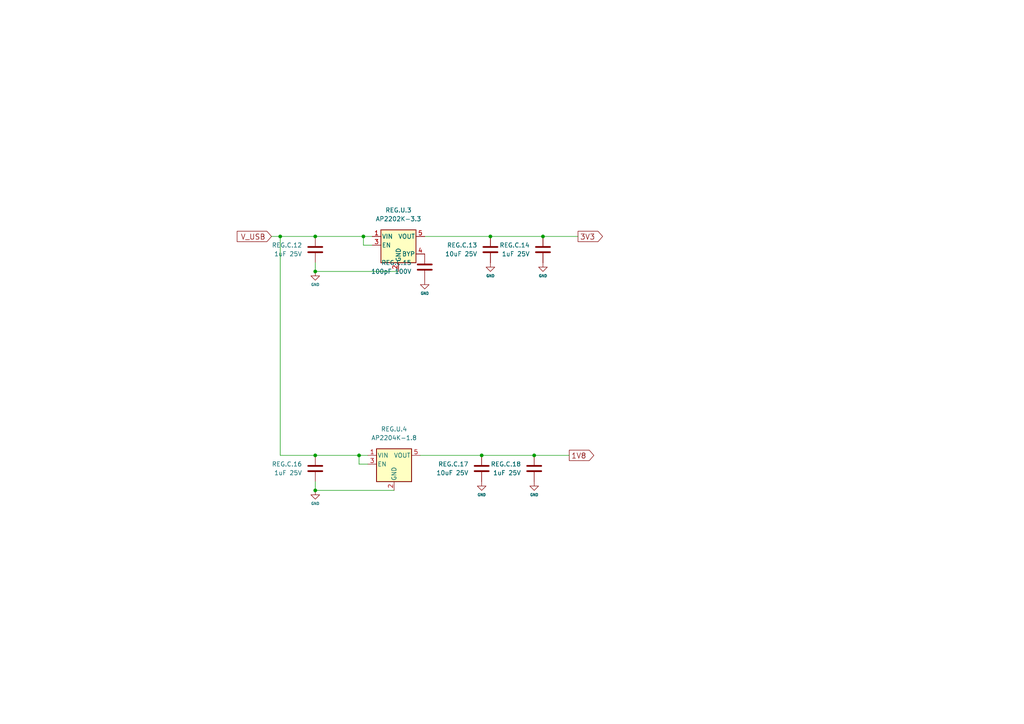
<source format=kicad_sch>
(kicad_sch (version 20211123) (generator eeschema)
  (paper "A4")
  (title_block (title "Regulators-SchDoc") (date "17 01 2023") (rev "2.001") (comment 4 "Original: Copyright Ploopy Corporation 2021") (comment 5 "Modified: Copyright Riesi 2023") (comment 7 "Licensed under the CERN-OHL-S v2") (comment 8 "http://ohwr.org/cernohl"))
  (lib_symbols
    (symbol "Device:C" (pin_numbers hide) (pin_names (offset 0.254))
      (property "Reference" "C" (at 0.635 2.54 0))
      (property "Value" "C" (at 0.635 -2.54 0))
      (symbol "C_0_1"
        (polyline (pts (xy -2.032 -0.762) (xy 2.032 -0.762)) (stroke (width 0.508)))
        (polyline (pts (xy -2.032 0.762) (xy 2.032 0.762)) (stroke (width 0.508)))
      )
      (symbol "C_1_1"
        (pin passive line (at 0 3.81 270) (length 2.794) (name "~") (number "1"))
        (pin passive line (at 0 -3.81 90) (length 2.794) (name "~") (number "2"))
      )
    )
    (symbol "Mouse_Parts:AP2202K-3.3" (pin_names (offset 0.254))
      (property "Reference" "U" (at -5.08 5.715 0))
      (property "Value" "AP2202K-3.3" (at 0 5.715 0))
      (symbol "AP2202K-3.3_0_1"
        (rectangle (start -5.08 4.445) (end 5.08 -5.08) (stroke (width 0.254)) (fill (type background)))
      )
      (symbol "AP2202K-3.3_1_1"
        (pin power_in line (at -7.62 2.54 0) (length 2.54) (name "VIN") (number "1"))
        (pin power_in line (at 0 -7.62 90) (length 2.54) (name "GND") (number "2"))
        (pin input line (at -7.62 0 0) (length 2.54) (name "EN") (number "3"))
        (pin input line (at 7.62 -2.54 180) (length 2.54) (name "BYP") (number "4"))
        (pin power_out line (at 7.62 2.54 180) (length 2.54) (name "VOUT") (number "5"))
      )
    )
    (symbol "Regulator_Linear:AP2204K-1.8" (pin_names (offset 0.254))
      (property "Reference" "U" (at -5.08 5.715 0))
      (property "Value" "AP2204K-1.8" (at 0 5.715 0))
      (symbol "AP2204K-1.8_0_1"
        (rectangle (start -5.08 4.445) (end 5.08 -5.08) (stroke (width 0.254)) (fill (type background)))
      )
      (symbol "AP2204K-1.8_1_1"
        (pin power_in line (at -7.62 2.54 0) (length 2.54) (name "VIN") (number "1"))
        (pin power_in line (at 0 -7.62 90) (length 2.54) (name "GND") (number "2"))
        (pin input line (at -7.62 0 0) (length 2.54) (name "EN") (number "3"))
        (pin no_connect line (at 5.08 0 180) (length 2.54) hide (name "NC") (number "4"))
        (pin power_out line (at 7.62 2.54 180) (length 2.54) (name "VOUT") (number "5"))
      )
    )
    (symbol "power:GND" (power) (pin_names (offset 0))
      (property "Value" "GND" (at 0 -3.81 0))
      (symbol "GND_0_1"
        (polyline (pts (xy 0 0) (xy 0 -1.27) (xy 1.27 -1.27) (xy 0 -2.54) (xy -1.27 -1.27) (xy 0 -1.27)))
      )
      (symbol "GND_1_1"
        (pin power_in line (at 0 0 270) (length 0) hide (name "GND") (number "1"))
      )
    )
  )
  (junction (at 91.44 68.58))
  (junction (at 157.48 68.58))
  (junction (at 81.28 68.58))
  (junction (at 105.41 68.58))
  (junction (at 142.24 68.58))
  (junction (at 91.44 132.08))
  (junction (at 104.14 132.08))
  (junction (at 139.7 132.08))
  (junction (at 154.94 132.08))
  (junction (at 91.44 142.24))
  (junction (at 91.44 78.74))
  (wire (pts (xy 107.95 71.12) (xy 105.41 71.12)))
  (wire (pts (xy 123.19 68.58) (xy 142.24 68.58)))
  (wire (pts (xy 104.14 134.62) (xy 104.14 132.08)))
  (wire (pts (xy 104.14 132.08) (xy 106.68 132.08)))
  (wire (pts (xy 91.44 78.74) (xy 115.57 78.74)))
  (wire (pts (xy 106.68 134.62) (xy 104.14 134.62)))
  (wire (pts (xy 105.41 71.12) (xy 105.41 68.58)))
  (wire (pts (xy 81.28 68.58) (xy 81.28 132.08)))
  (wire (pts (xy 78.74 68.58) (xy 81.28 68.58)))
  (wire (pts (xy 91.44 142.24) (xy 114.3 142.24)))
  (wire (pts (xy 154.94 132.08) (xy 165.1 132.08)))
  (wire (pts (xy 157.48 68.58) (xy 167.64 68.58)))
  (wire (pts (xy 91.44 139.7) (xy 91.44 142.24)))
  (wire (pts (xy 81.28 132.08) (xy 91.44 132.08)))
  (wire (pts (xy 91.44 76.2) (xy 91.44 78.74)))
  (wire (pts (xy 139.7 132.08) (xy 154.94 132.08)))
  (wire (pts (xy 81.28 68.58) (xy 91.44 68.58)))
  (wire (pts (xy 91.44 68.58) (xy 105.41 68.58)))
  (wire (pts (xy 142.24 68.58) (xy 157.48 68.58)))
  (wire (pts (xy 121.92 132.08) (xy 139.7 132.08)))
  (wire (pts (xy 91.44 132.08) (xy 104.14 132.08)))
  (wire (pts (xy 105.41 68.58) (xy 107.95 68.58)))
  (global_label "1V8" (shape output) (at 165.1 132.08 0) (effects (font (size 1.524 1.524))) (property "Intersheet References" "${INTERSHEET_REFS}" (effects hide)))
  (global_label "3V3" (shape output) (at 167.64 68.58 0) (effects (font (size 1.524 1.524))) (property "Intersheet References" "${INTERSHEET_REFS}" (effects hide)))
  (global_label "V_USB" (shape input) (at 78.74 68.58 180) (effects (font (size 1.524 1.524))) (property "Intersheet References" "${INTERSHEET_REFS}" (effects hide)))
  (symbol (lib_id "power:GND") (at 154.94 139.7 0) (unit 1)
    (property "Reference" "#GND_055" (effects hide))
    (property "Value" "GND" (at 154.94 143.51 0) (effects (font (size 0.762 0.762))))
  )
  (symbol (lib_id "power:GND") (at 139.7 139.7 0) (unit 1)
    (property "Reference" "#GND_054" (effects hide))
    (property "Value" "GND" (at 139.7 143.51 0) (effects (font (size 0.762 0.762))))
  )
  (symbol (lib_id "power:GND") (at 91.44 142.24 0) (unit 1)
    (property "Reference" "#GND_053" (effects hide))
    (property "Value" "GND" (at 91.44 146.05 0) (effects (font (size 0.762 0.762))))
  )
  (symbol (lib_id "power:GND") (at 123.19 81.28 0) (unit 1)
    (property "Reference" "#GND_052" (effects hide))
    (property "Value" "GND" (at 123.19 85.09 0) (effects (font (size 0.762 0.762))))
  )
  (symbol (lib_id "power:GND") (at 157.48 76.2 0) (unit 1)
    (property "Reference" "#GND_051" (effects hide))
    (property "Value" "GND" (at 157.48 80.01 0) (effects (font (size 0.762 0.762))))
  )
  (symbol (lib_id "power:GND") (at 91.44 78.74 0) (unit 1)
    (property "Reference" "#GND_050" (effects hide))
    (property "Value" "GND" (at 91.44 82.55 0) (effects (font (size 0.762 0.762))))
  )
  (symbol (lib_id "power:GND") (at 142.24 76.2 0) (unit 1)
    (property "Reference" "#GND_049" (effects hide))
    (property "Value" "GND" (at 142.24 80.01 0) (effects (font (size 0.762 0.762))))
  )
  (symbol (lib_id "Device:C") (at 142.24 72.39 0) (mirror x) (unit 1)
    (property "Reference" "REG.C.13" (at 138.43 71.1199 0) (effects (justify right)))
    (property "Value" "10uF 25V" (at 138.43 73.6599 0) (effects (justify right)))
    (property "Footprint" "Chip_Passives.PcbLib:0805" (effects hide))
  )
  (symbol (lib_id "Device:C") (at 91.44 135.89 0) (mirror x) (unit 1)
    (property "Reference" "REG.C.16" (at 87.63 134.6199 0) (effects (justify right)))
    (property "Value" "1uF 25V" (at 87.63 137.1599 0) (effects (justify right)))
    (property "Footprint" "Chip_Passives.PcbLib:0805" (effects hide))
  )
  (symbol (lib_id "Device:C") (at 139.7 135.89 0) (mirror x) (unit 1)
    (property "Reference" "REG.C.17" (at 135.89 134.6199 0) (effects (justify right)))
    (property "Value" "10uF 25V" (at 135.89 137.1599 0) (effects (justify right)))
    (property "Footprint" "Chip_Passives.PcbLib:0805" (effects hide))
  )
  (symbol (lib_id "Mouse_Parts:AP2202K-3.3") (at 115.57 71.12 0) (unit 1)
    (property "Reference" "REG.U.3" (at 115.57 60.96 0))
    (property "Value" "AP2202K-3.3" (at 115.57 63.5 0))
    (property "Footprint" "PowerSupply.PcbLib:AP2202 - SOT95P270X145-5N" (effects hide))
    (property "Datasheet" "https://www.diodes.com/assets/Datasheets/AP2204.pdf" (effects hide))
  )
  (symbol (lib_id "Device:C") (at 154.94 135.89 0) (mirror x) (unit 1)
    (property "Reference" "REG.C.18" (at 151.13 134.6199 0) (effects (justify right)))
    (property "Value" "1uF 25V" (at 151.13 137.1599 0) (effects (justify right)))
    (property "Footprint" "Chip_Passives.PcbLib:0805" (effects hide))
  )
  (symbol (lib_id "Device:C") (at 157.48 72.39 0) (mirror x) (unit 1)
    (property "Reference" "REG.C.14" (at 153.67 71.1199 0) (effects (justify right)))
    (property "Value" "1uF 25V" (at 153.67 73.6599 0) (effects (justify right)))
    (property "Footprint" "Chip_Passives.PcbLib:0805" (effects hide))
  )
  (symbol (lib_id "Device:C") (at 123.19 77.47 0) (mirror x) (unit 1) (in_bom no)
    (property "Reference" "REG.C.15" (at 119.38 76.1999 0) (effects (justify right)))
    (property "Value" "100pF 100V" (at 119.38 78.7399 0) (effects (justify right)))
    (property "Footprint" "Chip_Passives.PcbLib:0805" (effects hide))
  )
  (symbol (lib_id "Device:C") (at 91.44 72.39 0) (mirror x) (unit 1)
    (property "Reference" "REG.C.12" (at 87.63 71.1199 0) (effects (justify right)))
    (property "Value" "1uF 25V" (at 87.63 73.6599 0) (effects (justify right)))
    (property "Footprint" "Chip_Passives.PcbLib:0805" (effects hide))
  )
  (symbol (lib_id "Regulator_Linear:AP2204K-1.8") (at 114.3 134.62 0) (unit 1)
    (property "Reference" "REG.U.4" (at 114.3 124.46 0))
    (property "Value" "AP2204K-1.8" (at 114.3 127 0))
    (property "Footprint" "PowerSupply.PcbLib:AP2202 - SOT95P270X145-5N" (effects hide))
    (property "Datasheet" "https://www.diodes.com/assets/Datasheets/AP2204.pdf" (effects hide))
  )
)
</source>
